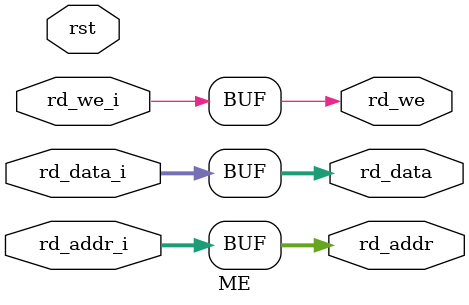
<source format=v>
`timescale 1ns/1ps
module ME(
    input wire rst,

    input wire rd_we_i,
    input wire [4:0] rd_addr_i,
    input wire [31:0] rd_data_i,

    output wire rd_we,
    output wire [4:0] rd_addr,
    output wire [31:0] rd_data
);
    assign rd_we = rd_we_i;
    assign rd_addr = rd_addr_i;
    assign rd_data = rd_data_i;

endmodule
</source>
